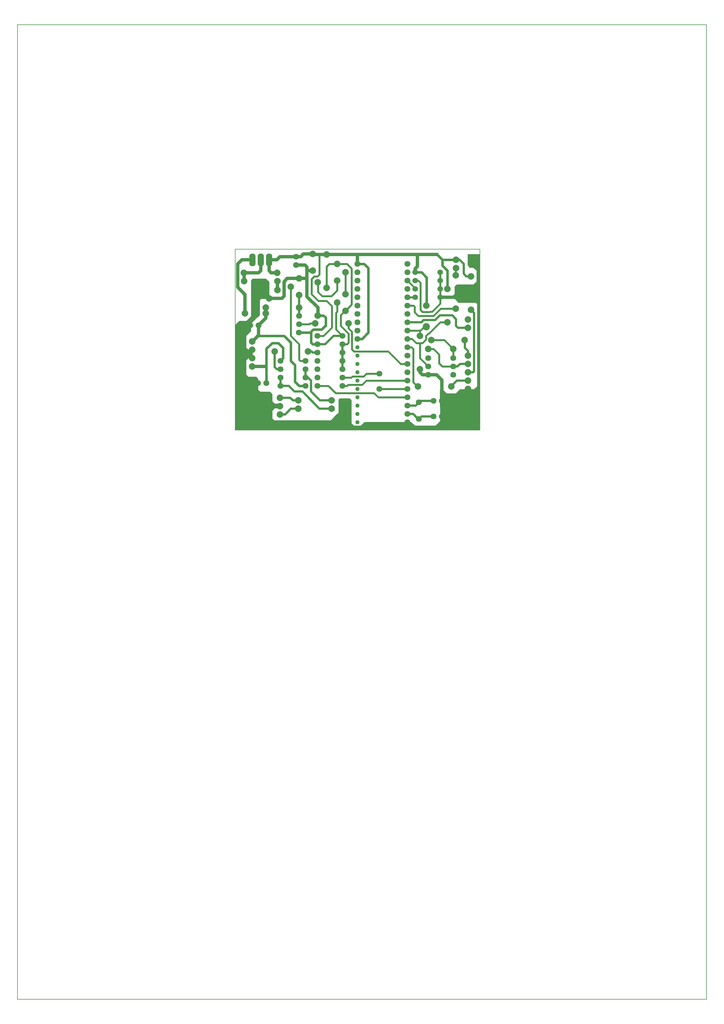
<source format=gbr>
%FSLAX32Y32*%
%MOMM*%
%LNLAYOUTLOETSEITE*%
G71*
G1*
%ADD10C, 0.20*%
%ADD11C, 1.80*%
%ADD12C, 2.20*%
%ADD13C, 2.00*%
%ADD14C, 2.00*%
%ADD15C, 1.70*%
%ADD16C, 1.30*%
%ADD17C, 0.60*%
%ADD18C, 0.80*%
%ADD19C, 1.00*%
%ADD20C, 0.70*%
%ADD21C, 1.42*%
%ADD22C, 0.00*%
%LPD*%
G54D10*
X21000Y0D02*
X0Y0D01*
X0Y29700D01*
X21000Y29700D01*
X21000Y0D01*
X12230Y17685D02*
G54D11*
D03*
X12465Y20502D02*
G54D12*
D03*
X12464Y21142D02*
G54D13*
D03*
X12236Y18197D02*
G54D11*
D03*
X13107Y21651D02*
G54D13*
D03*
X13107Y20635D02*
G54D13*
D03*
X13360Y21047D02*
G54D13*
D03*
X13360Y22063D02*
G54D13*
D03*
X8996Y22713D02*
G54D14*
D03*
X8996Y22205D02*
G54D14*
D03*
X13282Y19825D02*
G54D13*
D03*
X12520Y19825D02*
G54D13*
D03*
X12886Y22158D02*
G54D15*
D03*
X12886Y21904D02*
G54D15*
D03*
X12886Y21650D02*
G54D15*
D03*
X12886Y21396D02*
G54D15*
D03*
X12124Y22158D02*
G54D15*
D03*
X12124Y21904D02*
G54D15*
D03*
X12124Y21650D02*
G54D15*
D03*
X12124Y21396D02*
G54D15*
D03*
X11885Y22411D02*
G54D11*
D03*
X11885Y22157D02*
G54D11*
D03*
X11885Y21903D02*
G54D11*
D03*
X11885Y21649D02*
G54D11*
D03*
X10361Y22411D02*
G54D11*
D03*
X10361Y22157D02*
G54D11*
D03*
X10361Y21903D02*
G54D11*
D03*
X10361Y21649D02*
G54D11*
D03*
X11885Y21395D02*
G54D11*
D03*
X11885Y21141D02*
G54D11*
D03*
X11885Y20887D02*
G54D11*
D03*
X10361Y21395D02*
G54D11*
D03*
X10361Y21141D02*
G54D11*
D03*
X10361Y20887D02*
G54D11*
D03*
X11885Y20633D02*
G54D11*
D03*
X10361Y20633D02*
G54D11*
D03*
X11885Y20379D02*
G54D11*
D03*
X11885Y20125D02*
G54D11*
D03*
X10361Y20379D02*
G54D11*
D03*
X10361Y20125D02*
G54D11*
D03*
X11885Y19871D02*
G54D11*
D03*
X11885Y19617D02*
G54D11*
D03*
X10361Y19871D02*
G54D16*
D03*
X10361Y19617D02*
G54D16*
D03*
X11885Y19363D02*
G54D11*
D03*
X11885Y19109D02*
G54D11*
D03*
X10361Y19363D02*
G54D16*
D03*
X10361Y19109D02*
G54D16*
D03*
X11885Y18855D02*
G54D11*
D03*
X11885Y18601D02*
G54D11*
D03*
X11885Y18347D02*
G54D11*
D03*
X11885Y18093D02*
G54D11*
D03*
X11885Y17839D02*
G54D11*
D03*
X11885Y17585D02*
G54D11*
D03*
X10361Y18855D02*
G54D16*
D03*
X10361Y18601D02*
G54D16*
D03*
X10361Y18347D02*
G54D16*
D03*
X10361Y18093D02*
G54D16*
D03*
X10361Y17839D02*
G54D16*
D03*
X10361Y17585D02*
G54D16*
D03*
X12267Y20221D02*
G54D14*
D03*
X12267Y19205D02*
G54D14*
D03*
X9425Y22697D02*
G54D13*
D03*
X9425Y21681D02*
G54D13*
D03*
G54D17*
X12536Y20951D02*
X12346Y20951D01*
X12282Y21015D01*
X12282Y21840D01*
X12218Y21904D01*
X12155Y21904D01*
G54D17*
X12886Y22158D02*
X12886Y21205D01*
X12638Y20953D01*
X12504Y20951D01*
X12678Y17761D02*
G54D11*
D03*
X12932Y17761D02*
G54D11*
D03*
X12678Y18235D02*
G54D11*
D03*
X12932Y18235D02*
G54D11*
D03*
G54D18*
X10377Y22412D02*
X10568Y22412D01*
X10695Y22285D01*
X10695Y20317D01*
X10504Y20126D01*
X10377Y20126D01*
X8587Y21080D02*
G54D13*
D03*
X7571Y21080D02*
G54D13*
D03*
X13282Y19539D02*
G54D11*
D03*
X13282Y19285D02*
G54D11*
D03*
X13282Y19031D02*
G54D11*
D03*
X12520Y19539D02*
G54D11*
D03*
X12520Y19285D02*
G54D11*
D03*
X12520Y19031D02*
G54D11*
D03*
X13822Y22031D02*
G54D13*
D03*
X13822Y21015D02*
G54D13*
D03*
X9741Y22412D02*
G54D13*
D03*
X9741Y21904D02*
G54D13*
D03*
X9995Y22158D02*
G54D13*
D03*
X9995Y21491D02*
G54D13*
D03*
X9995Y20983D02*
G54D13*
D03*
X9741Y21237D02*
G54D13*
D03*
X9154Y21856D02*
G54D13*
D03*
X9154Y20840D02*
G54D13*
D03*
X10091Y20603D02*
G54D13*
D03*
X9075Y20603D02*
G54D13*
D03*
X8584Y21460D02*
G54D13*
D03*
X8584Y21968D02*
G54D13*
D03*
X8330Y21714D02*
G54D13*
D03*
X13362Y21047D02*
G54D13*
D03*
G54D18*
X12139Y22158D02*
X12314Y22158D01*
G54D18*
X12473Y21142D02*
X12473Y21999D01*
X12314Y22158D01*
G54D18*
X12949Y22538D02*
X12949Y22364D01*
X13076Y22237D01*
X13107Y22206D01*
X13107Y21666D01*
X13631Y20094D02*
G54D13*
D03*
X12615Y20094D02*
G54D13*
D03*
X13219Y18681D02*
G54D13*
D03*
X12203Y18681D02*
G54D13*
D03*
G54D19*
X12789Y22698D02*
X12060Y22698D01*
G54D19*
X12123Y22158D02*
X12123Y22269D01*
X12187Y22333D01*
X12187Y22682D01*
G54D17*
X11885Y21904D02*
X12123Y21666D01*
G54D17*
X12123Y21396D02*
X11885Y21396D01*
G54D17*
X11901Y21142D02*
X12075Y21142D01*
X12107Y21110D01*
X12107Y20937D01*
X12219Y20825D01*
X12680Y20825D01*
X12901Y21046D01*
X13361Y21046D01*
G54D17*
X12394Y20491D02*
X12393Y20491D01*
X12266Y20364D01*
X12266Y20205D01*
G54D17*
X11885Y20380D02*
X12267Y20380D01*
X12266Y20379D01*
G54D19*
X12171Y22698D02*
X10361Y22698D01*
X10361Y22412D01*
G54D19*
X10361Y22698D02*
X8995Y22698D01*
G54D17*
X9425Y21682D02*
X9425Y22333D01*
X9504Y22412D01*
X10044Y22412D01*
X10187Y22269D01*
X10187Y21174D01*
X9996Y20983D01*
G54D17*
X9996Y22158D02*
X9996Y21491D01*
G54D19*
X8488Y22381D02*
X8757Y22381D01*
X8821Y22317D01*
X8821Y22079D01*
G54D17*
X9202Y22698D02*
X9202Y22094D01*
X9155Y22047D01*
X9139Y22031D01*
X9044Y22031D01*
X8980Y21967D01*
X8979Y21967D01*
X8964Y21952D01*
X8964Y21491D01*
X9171Y21284D01*
G54D17*
X9742Y21904D02*
X9742Y21603D01*
X9567Y21428D01*
X9282Y21428D01*
X9155Y21555D01*
X9155Y21856D01*
G54D17*
X9583Y20729D02*
X9583Y21127D01*
X9425Y21285D01*
X9170Y21285D01*
X8964Y21491D01*
G54D18*
X9393Y20522D02*
X9393Y20776D01*
X9329Y20840D01*
X9155Y20840D01*
G54D20*
X8599Y21459D02*
X8599Y21459D01*
X8583Y21460D01*
X8583Y20808D01*
G54D19*
X8996Y22206D02*
X8821Y22206D01*
G54D19*
X8821Y22206D02*
X8821Y21413D01*
X9155Y21079D01*
X9155Y20840D01*
X9902Y20221D02*
G54D11*
D03*
X9902Y19967D02*
G54D11*
D03*
X9902Y19713D02*
G54D11*
D03*
X9902Y19459D02*
G54D11*
D03*
X9140Y20221D02*
G54D11*
D03*
X9140Y19967D02*
G54D11*
D03*
X9140Y19713D02*
G54D11*
D03*
X9140Y19459D02*
G54D11*
D03*
X9902Y19205D02*
G54D11*
D03*
X9140Y19205D02*
G54D11*
D03*
X9902Y18951D02*
G54D11*
D03*
X9902Y18697D02*
G54D11*
D03*
X9140Y18951D02*
G54D11*
D03*
X9140Y18697D02*
G54D11*
D03*
G54D20*
X9917Y20221D02*
X9631Y20221D01*
X9377Y19967D01*
X9139Y19967D01*
G54D20*
X9901Y19967D02*
X9901Y19189D01*
G54D17*
X11901Y18856D02*
X10869Y18856D01*
G54D17*
X11885Y18602D02*
X10980Y18602D01*
X11028Y18602D01*
G54D17*
X9996Y20380D02*
X10091Y20285D01*
X10091Y20014D01*
X10044Y19967D01*
X9917Y19967D01*
G54D17*
X9996Y20983D02*
X9980Y20983D01*
X9853Y20856D01*
X9853Y20523D01*
X10028Y20348D01*
G54D17*
X9742Y21237D02*
X9742Y20952D01*
X9710Y20920D01*
X9710Y20412D01*
X9917Y20205D01*
G54D17*
X9583Y20777D02*
X9583Y20475D01*
X9329Y20221D01*
X9139Y20221D01*
G54D18*
X9393Y20539D02*
X9266Y20412D01*
X9012Y20412D01*
X8948Y20348D01*
X8948Y20015D01*
X8980Y19983D01*
X8996Y19967D01*
X9155Y19967D01*
X7841Y19744D02*
G54D13*
D03*
X8857Y19744D02*
G54D13*
D03*
X7567Y20905D02*
G54D13*
D03*
G54D17*
X13361Y22269D02*
X13361Y22063D01*
G54D20*
X11885Y17841D02*
X12060Y17841D01*
G54D17*
X11885Y19873D02*
X12011Y19873D01*
X12059Y19825D01*
X12059Y18809D01*
X12186Y18682D01*
G54D17*
X12266Y20000D02*
X12266Y19539D01*
X12520Y19285D01*
G54D17*
X13282Y19285D02*
X12948Y19285D01*
X12853Y19380D01*
X12853Y19651D01*
X12679Y19825D01*
X12520Y19825D01*
G54D17*
X13282Y19825D02*
X13282Y19555D01*
G54D17*
X13107Y20635D02*
X12886Y20635D01*
X12536Y20285D01*
X12519Y20285D01*
X12456Y20222D01*
X12456Y20111D01*
X12345Y20000D01*
X12155Y20000D01*
X12028Y20127D01*
X11885Y20127D01*
G54D17*
X12615Y20095D02*
X13012Y20095D01*
X13282Y19825D01*
G54D19*
X12265Y19206D02*
X12265Y19112D01*
X12345Y19032D01*
X12773Y19032D01*
X12900Y18905D01*
X12932Y18873D01*
X12932Y17445D01*
X12693Y17413D01*
X12010Y17413D01*
X11884Y17412D01*
X11884Y17587D01*
G54D20*
X12678Y17762D02*
X12313Y17762D01*
X12233Y17682D01*
X12218Y17682D01*
X12059Y17841D01*
G54D20*
X12678Y18238D02*
X12281Y18238D01*
X12233Y18190D01*
X12138Y18095D01*
X11884Y18095D01*
X6934Y20905D02*
G54D13*
D03*
X7156Y22541D02*
G36*
X7180Y22422D02*
X7132Y22422D01*
X7132Y22660D01*
X7180Y22660D01*
G37*
G54D21*
X7180Y22422D02*
X7132Y22422D01*
X7132Y22660D01*
X7180Y22660D01*
X7180Y22422D01*
G54D22*
X7664Y22541D02*
G36*
X7688Y22422D02*
X7640Y22422D01*
X7640Y22660D01*
X7688Y22660D01*
G37*
G54D21*
X7688Y22422D02*
X7640Y22422D01*
X7640Y22660D01*
X7688Y22660D01*
X7688Y22422D01*
G54D22*
X7410Y22541D02*
G36*
X7434Y22422D02*
X7386Y22422D01*
X7386Y22660D01*
X7434Y22660D01*
G37*
G54D21*
X7434Y22422D02*
X7386Y22422D01*
X7386Y22660D01*
X7434Y22660D01*
X7434Y22422D01*
G54D22*
X7918Y22143D02*
G54D13*
D03*
X6902Y22143D02*
G54D13*
D03*
X7919Y21889D02*
G54D13*
D03*
X6903Y21889D02*
G54D13*
D03*
X7919Y21618D02*
G54D13*
D03*
X7411Y21618D02*
G54D13*
D03*
X7665Y21364D02*
G54D13*
D03*
X8015Y18697D02*
G54D11*
D03*
X8015Y18951D02*
G54D11*
D03*
X8015Y19205D02*
G54D11*
D03*
X8015Y19459D02*
G54D11*
D03*
X8777Y18697D02*
G54D11*
D03*
X8777Y18951D02*
G54D11*
D03*
X8777Y19205D02*
G54D11*
D03*
X8777Y19459D02*
G54D11*
D03*
G54D20*
X8856Y19746D02*
X8967Y19746D01*
X8998Y19715D01*
X9125Y19715D01*
G54D20*
X8776Y19207D02*
X8776Y18937D01*
G54D20*
X8014Y18953D02*
X8014Y18699D01*
G54D20*
X7840Y19746D02*
X7840Y19270D01*
X7903Y19207D01*
X8062Y19207D01*
G54D20*
X8776Y18953D02*
X8855Y18953D01*
X8951Y18857D01*
X8951Y18540D01*
X8586Y20826D02*
G54D11*
D03*
X8586Y20572D02*
G54D11*
D03*
X8576Y20318D02*
G54D11*
D03*
G54D18*
X8570Y20318D02*
X8951Y20318D01*
G54D17*
X8586Y20572D02*
X8888Y20572D01*
X8919Y20603D01*
X9078Y20603D01*
G54D19*
X8586Y21969D02*
X8824Y21969D01*
G54D17*
X8332Y21715D02*
X8332Y20223D01*
X8586Y19969D01*
X8586Y19492D01*
X8617Y19461D01*
X8760Y19461D01*
G54D19*
X8586Y21969D02*
X8221Y21969D01*
X8125Y21873D01*
X8125Y21429D01*
X8062Y21366D01*
G54D19*
X7411Y21619D02*
X7665Y21365D01*
X8061Y21365D01*
X8109Y21413D01*
G54D19*
X7919Y21889D02*
X7919Y21619D01*
G54D19*
X6903Y22143D02*
X6903Y21905D01*
G54D19*
X6919Y22143D02*
X7347Y22143D01*
X7411Y22207D01*
X7411Y22540D01*
G54D19*
X7665Y22540D02*
X7665Y22206D01*
X7728Y22143D01*
X7903Y22143D01*
X7919Y22127D01*
X8490Y22381D02*
G54D11*
D03*
X8490Y22635D02*
G54D11*
D03*
G54D19*
X8998Y22715D02*
X8713Y22715D01*
X8649Y22651D01*
X8633Y22635D01*
X7998Y22635D01*
X7903Y22540D01*
X7681Y22540D01*
G54D19*
X7570Y21080D02*
X7570Y20921D01*
G54D19*
X7411Y21619D02*
X7316Y21524D01*
X7316Y21033D01*
X7156Y19794D02*
G54D13*
D03*
X7156Y19540D02*
G54D13*
D03*
X7156Y19286D02*
G54D13*
D03*
X7156Y20048D02*
G54D13*
D03*
X7156Y19794D02*
G54D13*
D03*
G54D19*
X7157Y22540D02*
X6839Y22540D01*
X6712Y22413D01*
X6712Y21699D01*
X6934Y21477D01*
G54D19*
X6935Y20905D02*
X6935Y21476D01*
X6839Y21572D01*
X7094Y20542D02*
G54D11*
D03*
X7348Y20542D02*
G54D11*
D03*
X7586Y18777D02*
G54D11*
D03*
X7332Y18777D02*
G54D11*
D03*
G54D19*
X7157Y20048D02*
X7331Y20222D01*
G54D19*
X7570Y20905D02*
X7570Y20763D01*
X7347Y20540D01*
X7347Y20238D01*
X7316Y20207D01*
G54D19*
X7157Y19286D02*
X7554Y19286D01*
G54D18*
X7586Y18762D02*
X7586Y19826D01*
X7760Y20000D01*
X7951Y20000D01*
X8094Y19857D01*
X8094Y19541D01*
X8014Y19461D01*
X9570Y18254D02*
G54D13*
D03*
X8554Y18254D02*
G54D13*
D03*
X9570Y18000D02*
G54D13*
D03*
X8554Y18000D02*
G54D13*
D03*
G54D20*
X8951Y18540D02*
X8951Y18524D01*
X9221Y18254D01*
X9570Y18254D01*
G54D20*
X8014Y18699D02*
X8268Y18699D01*
X8443Y18524D01*
X8681Y18524D01*
X9205Y18000D01*
X9570Y18000D01*
X7998Y18079D02*
G54D13*
D03*
X7998Y18333D02*
G54D13*
D03*
X7998Y17825D02*
G54D13*
D03*
X7998Y18079D02*
G54D13*
D03*
G54D20*
X7998Y18333D02*
X8316Y18333D01*
X8395Y18254D01*
X8554Y18254D01*
G54D20*
X8570Y18000D02*
X8332Y18000D01*
X8157Y17825D01*
X7998Y17825D01*
G54D20*
X7982Y18079D02*
X6934Y18079D01*
X6903Y18048D01*
G54D17*
X10364Y19746D02*
X10253Y19746D01*
X10189Y19810D01*
X10189Y20350D01*
X10094Y20445D01*
X10094Y20619D01*
G54D17*
X10348Y19746D02*
X11300Y19746D01*
X11681Y19365D01*
X11872Y19365D01*
G54D17*
X10364Y18730D02*
X10077Y18730D01*
X10046Y18699D01*
X9903Y18699D01*
G54D17*
X10348Y18730D02*
X10507Y18730D01*
X10634Y18857D01*
X11888Y18857D01*
X11030Y18603D02*
G54D11*
D03*
X11030Y19064D02*
G54D11*
D03*
G54D17*
X9903Y18953D02*
X10174Y18953D01*
X10205Y18984D01*
X10554Y18984D01*
X10633Y19063D01*
G54D17*
X11030Y19064D02*
X10634Y19064D01*
X10570Y19000D01*
G54D17*
X10364Y18476D02*
X9698Y18476D01*
X9475Y18699D01*
X9141Y18699D01*
G54D17*
X10332Y18476D02*
X10872Y18476D01*
X10999Y18349D01*
X11888Y18349D01*
G54D10*
G36*
X8062Y21381D02*
X7665Y21381D01*
X7665Y21858D01*
X7570Y21953D01*
X7173Y21953D01*
X7125Y21905D01*
X7125Y20810D01*
X7014Y20699D01*
X7220Y20699D01*
X7221Y20699D01*
X7379Y20857D01*
X7379Y21302D01*
X7427Y21350D01*
X7665Y21350D01*
X8062Y21381D01*
G37*
X8062Y21381D02*
X7665Y21381D01*
X7665Y21858D01*
X7570Y21953D01*
X7173Y21953D01*
X7125Y21905D01*
X7125Y20810D01*
X7014Y20699D01*
X7220Y20699D01*
X7221Y20699D01*
X7379Y20857D01*
X7379Y21302D01*
X7427Y21350D01*
X7665Y21350D01*
X8062Y21381D01*
X8062Y21381D01*
G54D18*
X8776Y18699D02*
X8585Y18699D01*
X8459Y18825D01*
X8459Y19334D01*
X8332Y19461D01*
X8332Y20016D01*
X8125Y20223D01*
X7332Y20223D01*
G54D10*
G36*
X7220Y20699D02*
X7109Y20588D01*
X7109Y20366D01*
X6966Y20223D01*
X6966Y19238D01*
X6696Y19238D01*
X6696Y20603D01*
X6760Y20667D01*
X6982Y20667D01*
X7014Y20699D01*
X7204Y20699D01*
X7220Y20699D01*
G37*
X7220Y20699D02*
X7109Y20588D01*
X7109Y20366D01*
X6966Y20223D01*
X6966Y19238D01*
X6696Y19238D01*
X6696Y20603D01*
X6760Y20667D01*
X6982Y20667D01*
X7014Y20699D01*
X7204Y20699D01*
X7220Y20699D01*
X7220Y20699D01*
G54D10*
X6696Y20603D02*
X6633Y20540D01*
X6633Y19238D01*
X6696Y19238D01*
G54D10*
G36*
X6696Y19238D02*
X6633Y19238D01*
X6633Y20540D01*
X6744Y20651D01*
X6696Y20603D01*
X6696Y19238D01*
G37*
X6696Y19238D02*
X6633Y19238D01*
X6633Y20540D01*
X6744Y20651D01*
X6696Y20603D01*
X6696Y19238D01*
X6696Y19238D01*
G54D10*
G36*
X6966Y19254D02*
X6966Y19032D01*
X7030Y18968D01*
X7269Y18968D01*
X7332Y18905D01*
X7332Y18571D01*
X6633Y18571D01*
X6633Y19254D01*
X6950Y19254D01*
X6966Y19270D01*
X6966Y19032D01*
X6966Y19032D01*
X6966Y19254D01*
G37*
X6966Y19254D02*
X6966Y19032D01*
X7030Y18968D01*
X7269Y18968D01*
X7332Y18905D01*
X7332Y18571D01*
X6633Y18571D01*
X6633Y19254D01*
X6950Y19254D01*
X6966Y19270D01*
X6966Y19032D01*
X6966Y19032D01*
X6966Y19254D01*
X6966Y19254D01*
G54D10*
G36*
X7157Y19794D02*
X7029Y19794D01*
X6950Y19873D01*
X6950Y19365D01*
X6950Y19460D01*
X7030Y19540D01*
X7157Y19540D01*
X7157Y19794D01*
G37*
X7157Y19794D02*
X7029Y19794D01*
X6950Y19873D01*
X6950Y19365D01*
X6950Y19460D01*
X7030Y19540D01*
X7157Y19540D01*
X7157Y19794D01*
X7157Y19794D01*
G54D10*
G36*
X7332Y18603D02*
X7332Y18571D01*
X7395Y18508D01*
X7697Y18508D01*
X7760Y18445D01*
X7760Y18223D01*
X7840Y18143D01*
X7982Y18143D01*
X7982Y18016D01*
X7839Y18016D01*
X7760Y17937D01*
X7760Y17857D01*
X6633Y17857D01*
X6633Y18571D01*
X7332Y18571D01*
X7332Y18603D01*
G37*
X7332Y18603D02*
X7332Y18571D01*
X7395Y18508D01*
X7697Y18508D01*
X7760Y18445D01*
X7760Y18223D01*
X7840Y18143D01*
X7982Y18143D01*
X7982Y18016D01*
X7839Y18016D01*
X7760Y17937D01*
X7760Y17857D01*
X6633Y17857D01*
X6633Y18571D01*
X7332Y18571D01*
X7332Y18603D01*
X7332Y18603D01*
G54D10*
G36*
X11888Y17587D02*
X11999Y17587D01*
X12110Y17476D01*
X12920Y17476D01*
X12920Y17349D01*
X10506Y17349D01*
X10506Y17507D01*
X10506Y17507D01*
X10585Y17587D01*
X11904Y17587D01*
X11888Y17587D01*
G37*
X11888Y17587D02*
X11999Y17587D01*
X12110Y17476D01*
X12920Y17476D01*
X12920Y17349D01*
X10506Y17349D01*
X10506Y17507D01*
X10506Y17507D01*
X10585Y17587D01*
X11904Y17587D01*
X11888Y17587D01*
X11888Y17587D01*
G54D10*
G36*
X10506Y17508D02*
X10506Y17507D01*
X10475Y17476D01*
X10141Y17476D01*
X10141Y17349D01*
X10506Y17349D01*
X10506Y17492D01*
X10506Y17508D01*
G37*
X10506Y17508D02*
X10506Y17507D01*
X10475Y17476D01*
X10141Y17476D01*
X10141Y17349D01*
X10506Y17349D01*
X10506Y17492D01*
X10506Y17508D01*
X10506Y17508D01*
G54D10*
G36*
X10252Y17476D02*
X10173Y17555D01*
X10173Y18255D01*
X10126Y18302D01*
X9824Y18302D01*
X9792Y18270D01*
X9792Y17873D01*
X9713Y17794D01*
X9713Y17349D01*
X10141Y17349D01*
X10141Y17365D01*
X10252Y17476D01*
G37*
X10252Y17476D02*
X10173Y17555D01*
X10173Y18255D01*
X10126Y18302D01*
X9824Y18302D01*
X9792Y18270D01*
X9792Y17873D01*
X9713Y17794D01*
X9713Y17349D01*
X10141Y17349D01*
X10141Y17365D01*
X10252Y17476D01*
X10252Y17476D01*
G54D10*
G36*
X9729Y17349D02*
X6633Y17349D01*
X6633Y17857D01*
X7760Y17857D01*
X7760Y17699D01*
X7824Y17635D01*
X9554Y17635D01*
X9713Y17794D01*
X9713Y17365D01*
X9729Y17349D01*
G37*
X9729Y17349D02*
X6633Y17349D01*
X6633Y17857D01*
X7760Y17857D01*
X7760Y17699D01*
X7824Y17635D01*
X9554Y17635D01*
X9713Y17794D01*
X9713Y17365D01*
X9729Y17349D01*
X9729Y17349D01*
G54D10*
G36*
X12935Y18238D02*
X12935Y17666D01*
X12745Y17476D01*
X12745Y17349D01*
X13015Y17349D01*
X13015Y18286D01*
X12920Y18286D01*
X12935Y18238D01*
G37*
X12935Y18238D02*
X12935Y17666D01*
X12745Y17476D01*
X12745Y17349D01*
X13015Y17349D01*
X13015Y18286D01*
X12920Y18286D01*
X12935Y18238D01*
X12935Y18238D01*
X13730Y19365D02*
G54D13*
D03*
X13730Y19111D02*
G54D13*
D03*
X13730Y18857D02*
G54D13*
D03*
X13730Y19619D02*
G54D13*
D03*
X13730Y19365D02*
G54D13*
D03*
X13730Y18603D02*
G54D13*
D03*
X13730Y18857D02*
G54D13*
D03*
X13730Y18603D02*
G54D13*
D03*
G54D20*
X13729Y19619D02*
X13729Y19762D01*
X13634Y19857D01*
X13634Y20080D01*
G54D20*
X13729Y19365D02*
X13491Y19365D01*
X13412Y19286D01*
X13285Y19286D01*
G54D20*
X13729Y18857D02*
X13395Y18857D01*
X13221Y18683D01*
G54D20*
X13729Y19111D02*
X13888Y19111D01*
X13920Y19143D01*
X13920Y20254D01*
X13920Y20476D01*
G54D10*
G36*
X14015Y19159D02*
X14015Y18682D01*
X13920Y18587D01*
X13491Y18587D01*
X13364Y18460D01*
X13078Y18460D01*
X12951Y18587D01*
X12888Y18587D01*
X12888Y18063D01*
X13015Y18063D01*
X13015Y17349D01*
X13983Y17349D01*
X14094Y17349D01*
X14094Y19159D01*
X14015Y19159D01*
G37*
X14015Y19159D02*
X14015Y18682D01*
X13920Y18587D01*
X13491Y18587D01*
X13364Y18460D01*
X13078Y18460D01*
X12951Y18587D01*
X12888Y18587D01*
X12888Y18063D01*
X13015Y18063D01*
X13015Y17349D01*
X13983Y17349D01*
X14094Y17349D01*
X14094Y19159D01*
X14015Y19159D01*
X14015Y19159D01*
X13729Y20715D02*
G54D13*
D03*
X13729Y20461D02*
G54D13*
D03*
X13729Y20715D02*
G54D13*
D03*
X13364Y22541D02*
G54D13*
D03*
X13364Y22287D02*
G54D13*
D03*
X13364Y22541D02*
G54D13*
D03*
G54D10*
G36*
X14015Y19143D02*
X14015Y19889D01*
X14094Y19889D01*
X14094Y19159D01*
X14015Y19159D01*
X14015Y19143D01*
G37*
X14015Y19143D02*
X14015Y19889D01*
X14094Y19889D01*
X14094Y19159D01*
X14015Y19159D01*
X14015Y19143D01*
X14015Y19143D01*
G54D18*
X13364Y22540D02*
X12951Y22540D01*
X12792Y22699D01*
G54D20*
X13729Y20461D02*
X13427Y20461D01*
X13364Y20524D01*
X13364Y20731D01*
X13253Y20842D01*
X12872Y20842D01*
X12729Y20699D01*
X12380Y20699D01*
X12316Y20635D01*
X11904Y20635D01*
G54D20*
X13920Y20223D02*
X13920Y20920D01*
X13824Y21016D01*
G54D20*
X13348Y22540D02*
X13475Y22540D01*
X13602Y22413D01*
X13602Y22112D01*
X13666Y22048D01*
X13682Y22032D01*
X13808Y22032D01*
X13824Y22016D01*
G54D19*
X12888Y21397D02*
X13348Y21397D01*
G54D10*
G36*
X14094Y19857D02*
X14094Y22699D01*
X13729Y22699D01*
X13729Y22366D01*
X13793Y22302D01*
X13904Y22302D01*
X13999Y22207D01*
X13999Y21873D01*
X13904Y21778D01*
X13395Y21778D01*
X13332Y21715D01*
X13332Y21492D01*
X13285Y21445D01*
X13285Y21350D01*
X13332Y21350D01*
X13443Y21239D01*
X13967Y21239D01*
X14015Y21191D01*
X14015Y19889D01*
X14094Y19889D01*
X14094Y19857D01*
G37*
X14094Y19857D02*
X14094Y22699D01*
X13729Y22699D01*
X13729Y22366D01*
X13793Y22302D01*
X13904Y22302D01*
X13999Y22207D01*
X13999Y21873D01*
X13904Y21778D01*
X13395Y21778D01*
X13332Y21715D01*
X13332Y21492D01*
X13285Y21445D01*
X13285Y21350D01*
X13332Y21350D01*
X13443Y21239D01*
X13967Y21239D01*
X14015Y21191D01*
X14015Y19889D01*
X14094Y19889D01*
X14094Y19857D01*
X14094Y19857D01*
G54D10*
X9078Y22858D02*
X6633Y22858D01*
X6633Y22715D01*
G54D10*
X8998Y22858D02*
X14094Y22858D01*
X14094Y17349D01*
X6633Y17349D01*
G54D10*
X6633Y22731D02*
X6633Y17349D01*
M02*

</source>
